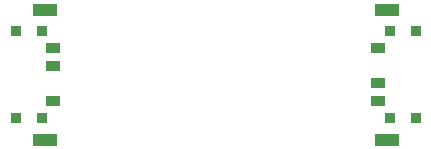
<source format=gbr>
%TF.GenerationSoftware,KiCad,Pcbnew,(6.0.4)*%
%TF.CreationDate,2022-10-25T22:36:08-04:00*%
%TF.ProjectId,battpack,62617474-7061-4636-9b2e-6b696361645f,v1.0.0*%
%TF.SameCoordinates,Original*%
%TF.FileFunction,Paste,Bot*%
%TF.FilePolarity,Positive*%
%FSLAX46Y46*%
G04 Gerber Fmt 4.6, Leading zero omitted, Abs format (unit mm)*
G04 Created by KiCad (PCBNEW (6.0.4)) date 2022-10-25 22:36:08*
%MOMM*%
%LPD*%
G01*
G04 APERTURE LIST*
%ADD10R,1.250000X0.900000*%
%ADD11R,0.900000X0.900000*%
%ADD12R,2.000000X1.000000*%
G04 APERTURE END LIST*
D10*
%TO.C,T3*%
X13775000Y2250000D03*
X13775000Y-750000D03*
X13775000Y-2250000D03*
D11*
X16950000Y-3700000D03*
X14750000Y-3700000D03*
X14750000Y3700000D03*
X16950000Y3700000D03*
%TD*%
D12*
%TO.C,PAD5*%
X14500000Y-5500000D03*
%TD*%
%TO.C,PAD6*%
X14500000Y5500000D03*
%TD*%
D10*
%TO.C,T4*%
X-13775000Y-2250000D03*
X-13775000Y750000D03*
X-13775000Y2250000D03*
D11*
X-16950000Y3700000D03*
X-14750000Y3700000D03*
X-14750000Y-3700000D03*
X-16950000Y-3700000D03*
%TD*%
D12*
%TO.C,PAD7*%
X-14500000Y5500000D03*
%TD*%
%TO.C,PAD8*%
X-14500000Y-5500000D03*
%TD*%
M02*

</source>
